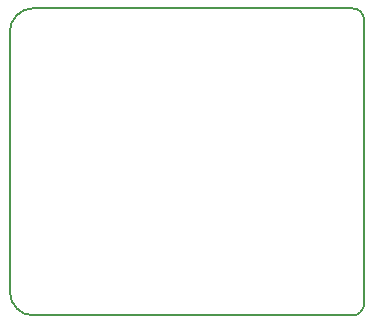
<source format=gbr>
G04 #@! TF.FileFunction,Profile,NP*
%FSLAX46Y46*%
G04 Gerber Fmt 4.6, Leading zero omitted, Abs format (unit mm)*
G04 Created by KiCad (PCBNEW 4.0.2-stable) date 11.2.2018 14.28.50*
%MOMM*%
G01*
G04 APERTURE LIST*
%ADD10C,0.100000*%
%ADD11C,0.150000*%
G04 APERTURE END LIST*
D10*
D11*
X179000000Y-134000000D02*
G75*
G03X181000000Y-136000000I2000000J0D01*
G01*
X209000000Y-135000000D02*
X209000000Y-111000000D01*
X208000000Y-136000000D02*
G75*
G03X209000000Y-135000000I0J1000000D01*
G01*
X179000000Y-134000000D02*
X179000000Y-112000000D01*
X208000000Y-136000000D02*
X181000000Y-136000000D01*
X209000000Y-111000000D02*
G75*
G03X208000000Y-110000000I-1000000J0D01*
G01*
X181000000Y-110000000D02*
G75*
G03X179000000Y-112000000I0J-2000000D01*
G01*
X208000000Y-110000000D02*
X181000000Y-110000000D01*
M02*

</source>
